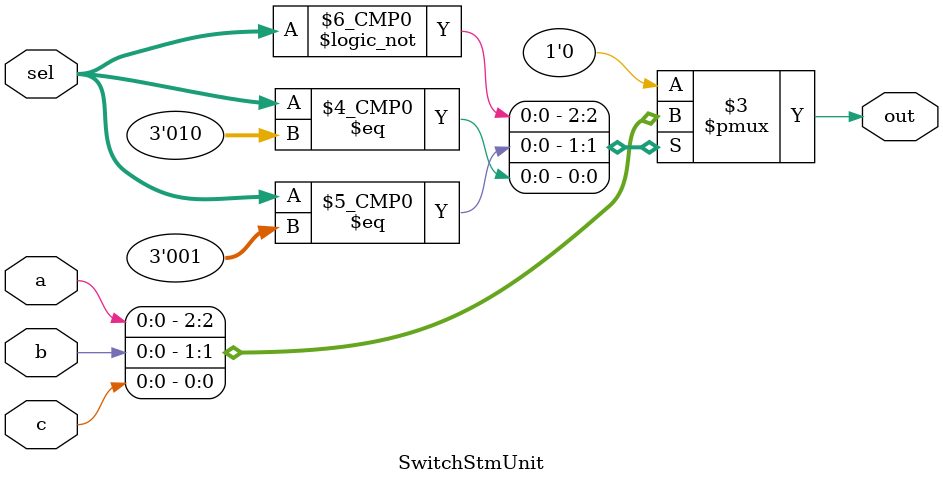
<source format=v>
module SwitchStmUnit (
    input  a,
    input  b,
    input  c,
    output reg out,
    input [2:0] sel
);
    always @(a, b, c, sel) begin: assig_process_out
        case(sel)
            3'b000:
                out = a;
            3'b001:
                out = b;
            3'b010:
                out = c;
            default:
                out = 1'b0;
        endcase
    end

endmodule

</source>
